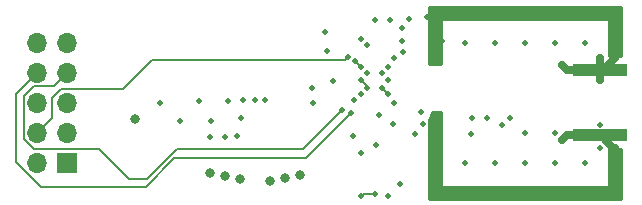
<source format=gbr>
%TF.GenerationSoftware,KiCad,Pcbnew,(5.1.6)-1*%
%TF.CreationDate,2020-07-26T08:56:46-05:00*%
%TF.ProjectId,nanoRT,6e616e6f-5254-42e6-9b69-6361645f7063,rev?*%
%TF.SameCoordinates,Original*%
%TF.FileFunction,Copper,L4,Bot*%
%TF.FilePolarity,Positive*%
%FSLAX46Y46*%
G04 Gerber Fmt 4.6, Leading zero omitted, Abs format (unit mm)*
G04 Created by KiCad (PCBNEW (5.1.6)-1) date 2020-07-26 08:56:46*
%MOMM*%
%LPD*%
G01*
G04 APERTURE LIST*
%TA.AperFunction,ComponentPad*%
%ADD10O,1.700000X1.700000*%
%TD*%
%TA.AperFunction,ComponentPad*%
%ADD11R,1.700000X1.700000*%
%TD*%
%TA.AperFunction,SMDPad,CuDef*%
%ADD12R,4.560000X1.000000*%
%TD*%
%TA.AperFunction,ViaPad*%
%ADD13C,0.812800*%
%TD*%
%TA.AperFunction,ViaPad*%
%ADD14C,0.508000*%
%TD*%
%TA.AperFunction,Conductor*%
%ADD15C,0.177800*%
%TD*%
%TA.AperFunction,Conductor*%
%ADD16C,0.635000*%
%TD*%
%TA.AperFunction,Conductor*%
%ADD17C,0.254000*%
%TD*%
G04 APERTURE END LIST*
D10*
%TO.P,J2,10*%
%TO.N,/SPI2_SCK*%
X99695000Y-86360000D03*
%TO.P,J2,9*%
%TO.N,/GDO1*%
X102235000Y-86360000D03*
%TO.P,J2,8*%
%TO.N,/SPI2_~CS*%
X99695000Y-88900000D03*
%TO.P,J2,7*%
%TO.N,/GDO0*%
X102235000Y-88900000D03*
%TO.P,J2,6*%
%TO.N,/SPI2_MISO*%
X99695000Y-91440000D03*
%TO.P,J2,5*%
%TO.N,GND*%
X102235000Y-91440000D03*
%TO.P,J2,4*%
%TO.N,/SPI2_MOSI*%
X99695000Y-93980000D03*
%TO.P,J2,3*%
%TO.N,GND*%
X102235000Y-93980000D03*
%TO.P,J2,2*%
%TO.N,/5V_EXT*%
X99695000Y-96520000D03*
D11*
%TO.P,J2,1*%
%TO.N,+3V3*%
X102235000Y-96520000D03*
%TD*%
D12*
%TO.P,J5,2*%
%TO.N,GND*%
X147320000Y-94210000D03*
X147320000Y-88670000D03*
%TD*%
D13*
%TO.N,GND*%
X121920000Y-97536000D03*
X119380000Y-98044000D03*
X120650000Y-97790000D03*
X116840000Y-97917000D03*
X115570000Y-97663000D03*
X114300000Y-97409000D03*
X107950000Y-92837000D03*
D14*
X132334000Y-93218000D03*
X131699000Y-94107000D03*
X129921000Y-87630000D03*
X129540000Y-84455000D03*
X128270000Y-84455000D03*
X124079000Y-85471000D03*
X123063000Y-91440000D03*
X122936000Y-90170000D03*
X136398000Y-94107000D03*
X139065000Y-93345000D03*
X133985000Y-86233000D03*
X132715000Y-84201000D03*
X133731000Y-85090000D03*
X133477000Y-85852000D03*
X127635000Y-90170000D03*
X128905000Y-90170000D03*
X128905000Y-88900000D03*
X127635000Y-88900000D03*
X127565998Y-86551983D03*
X127124002Y-88389002D03*
X129415998Y-88392000D03*
X129415998Y-90680998D03*
X127127000Y-90678000D03*
X127124002Y-89535000D03*
X129415998Y-89535000D03*
X133350000Y-93980000D03*
X133350000Y-95250000D03*
X133350000Y-96520000D03*
X133350000Y-97790000D03*
X133350000Y-99060000D03*
X134620000Y-99060000D03*
X135890000Y-99060000D03*
X137160000Y-99060000D03*
X138430000Y-99060000D03*
X139700000Y-99060000D03*
X140970000Y-99060000D03*
X142240000Y-99060000D03*
X143510000Y-99060000D03*
X144780000Y-99060000D03*
X146050000Y-99060000D03*
X147320000Y-99060000D03*
X148590000Y-99060000D03*
X148590000Y-97790000D03*
X148590000Y-96520000D03*
X148590000Y-95250000D03*
X148590000Y-87630000D03*
X148590000Y-86360000D03*
X148590000Y-85090000D03*
X148590000Y-83820000D03*
X147320000Y-83820000D03*
X146050000Y-83820000D03*
X144780000Y-83820000D03*
X143510000Y-83820000D03*
X142240000Y-83820000D03*
X140970000Y-83820000D03*
X139700000Y-83820000D03*
X138430000Y-83820000D03*
X137160000Y-83820000D03*
X135890000Y-83820000D03*
X134620000Y-83820000D03*
X133350000Y-83820000D03*
X144145000Y-94615000D03*
X144145000Y-88265000D03*
X147320000Y-89535000D03*
X147320000Y-93345000D03*
X147320000Y-87630000D03*
X147320000Y-95250000D03*
X128397000Y-94996000D03*
X129794000Y-93218000D03*
X126423957Y-94295067D03*
X129413000Y-99314000D03*
X130429000Y-98298000D03*
X128270000Y-99187000D03*
X127127000Y-95665002D03*
X127127000Y-99314000D03*
X139700000Y-92710000D03*
X136525000Y-92710000D03*
X137795000Y-92710000D03*
X135890000Y-96520000D03*
X138430000Y-96520000D03*
X140970000Y-96520000D03*
X143510000Y-96520000D03*
X146050000Y-96520000D03*
X140970000Y-93980000D03*
X143510000Y-93980000D03*
X146050000Y-86360000D03*
X143510000Y-86360000D03*
X140970000Y-86360000D03*
X138430000Y-86360000D03*
X135890000Y-86360000D03*
X114427000Y-92964000D03*
X115824000Y-91313000D03*
X116905998Y-92710000D03*
X126492000Y-91186000D03*
X126619000Y-87884000D03*
X129874002Y-91440000D03*
%TO.N,+3V3*%
X114300000Y-94361000D03*
X115570000Y-94361000D03*
X116586000Y-94234000D03*
X110109000Y-91440000D03*
X111760000Y-92964000D03*
X113411000Y-91313000D03*
X118110000Y-91186000D03*
X117094000Y-91186000D03*
X118999000Y-91186000D03*
X132207000Y-92202000D03*
X131191000Y-84328000D03*
X130556000Y-85090000D03*
X130556000Y-86233000D03*
X130683000Y-87122000D03*
X127074719Y-86042154D03*
X128651000Y-92456000D03*
X124712253Y-89591653D03*
X124201182Y-87087090D03*
%TO.N,/SPI2_MOSI*%
X125985735Y-87567368D03*
%TO.N,/SPI2_~CS*%
X126238000Y-92329000D03*
%TO.N,/GDO0*%
X125489754Y-92106901D03*
%TD*%
D15*
%TO.N,GND*%
X128905000Y-90170000D02*
X129415998Y-90680998D01*
X127635000Y-90170000D02*
X127635000Y-90045998D01*
X127635000Y-90045998D02*
X127124002Y-89535000D01*
X133350000Y-93980000D02*
X133350000Y-95250000D01*
X133350000Y-96520000D02*
X133350000Y-97790000D01*
X133350000Y-99060000D02*
X134620000Y-99060000D01*
X135890000Y-99060000D02*
X137160000Y-99060000D01*
X138430000Y-99060000D02*
X139700000Y-99060000D01*
X140970000Y-99060000D02*
X142240000Y-99060000D01*
X143510000Y-99060000D02*
X144780000Y-99060000D01*
X146050000Y-99060000D02*
X147320000Y-99060000D01*
X148590000Y-99060000D02*
X148590000Y-97790000D01*
X148590000Y-96520000D02*
X148590000Y-95250000D01*
X148590000Y-87630000D02*
X148590000Y-86360000D01*
X148590000Y-85090000D02*
X148590000Y-83820000D01*
X147320000Y-83820000D02*
X146050000Y-83820000D01*
X144780000Y-83820000D02*
X143510000Y-83820000D01*
X142240000Y-83820000D02*
X140970000Y-83820000D01*
X139700000Y-83820000D02*
X138430000Y-83820000D01*
X137160000Y-83820000D02*
X135890000Y-83820000D01*
X134620000Y-83820000D02*
X133350000Y-83820000D01*
D16*
X147550000Y-88670000D02*
X148590000Y-87630000D01*
X147320000Y-88670000D02*
X147550000Y-88670000D01*
X147320000Y-94210000D02*
X147423000Y-94210000D01*
X148463000Y-95250000D02*
X148590000Y-95250000D01*
X147423000Y-94210000D02*
X148463000Y-95250000D01*
X147320000Y-94210000D02*
X144550000Y-94210000D01*
X144550000Y-94210000D02*
X144145000Y-94615000D01*
X147320000Y-88670000D02*
X147320000Y-89535000D01*
X147320000Y-88670000D02*
X147320000Y-87630000D01*
D15*
X128270000Y-99187000D02*
X127254000Y-99187000D01*
X127254000Y-99187000D02*
X127127000Y-99314000D01*
D16*
X144145000Y-88265000D02*
X144526000Y-88646000D01*
X147296000Y-88646000D02*
X147320000Y-88670000D01*
X144526000Y-88646000D02*
X147296000Y-88646000D01*
D15*
X127124002Y-88389002D02*
X126619000Y-87884000D01*
%TO.N,/SPI2_MOSI*%
X109444207Y-87821367D02*
X125731736Y-87821367D01*
X125731736Y-87821367D02*
X125985735Y-87567368D01*
X99695000Y-93980000D02*
X100965000Y-92710000D01*
X101688327Y-90301099D02*
X106964475Y-90301099D01*
X100965000Y-91024426D02*
X101688327Y-90301099D01*
X100965000Y-92710000D02*
X100965000Y-91024426D01*
X106964475Y-90301099D02*
X109444207Y-87821367D01*
%TO.N,/SPI2_~CS*%
X122428000Y-96139000D02*
X111278304Y-96139000D01*
X97917000Y-96427574D02*
X97917000Y-90678000D01*
X126238000Y-92329000D02*
X122428000Y-96139000D01*
X108865304Y-98552000D02*
X100041426Y-98552000D01*
X97917000Y-90678000D02*
X99695000Y-88900000D01*
X111278304Y-96139000D02*
X108865304Y-98552000D01*
X100041426Y-98552000D02*
X97917000Y-96427574D01*
%TO.N,/GDO0*%
X98556099Y-90893327D02*
X98556099Y-94526673D01*
X99410525Y-90038901D02*
X98556099Y-90893327D01*
X108966000Y-97917000D02*
X111506000Y-95377000D01*
X98556099Y-94526673D02*
X99410525Y-95381099D01*
X111506000Y-95377000D02*
X122219655Y-95377000D01*
X102235000Y-88900000D02*
X101096099Y-90038901D01*
X107442000Y-97917000D02*
X108966000Y-97917000D01*
X101096099Y-90038901D02*
X99410525Y-90038901D01*
X99410525Y-95381099D02*
X104906099Y-95381099D01*
X104906099Y-95381099D02*
X107442000Y-97917000D01*
X122219655Y-95377000D02*
X125489754Y-92106901D01*
%TD*%
D17*
%TO.N,GND*%
G36*
X133858000Y-98425000D02*
G01*
X133860440Y-98449776D01*
X133867667Y-98473601D01*
X133879403Y-98495557D01*
X133895197Y-98514803D01*
X133914443Y-98530597D01*
X133936399Y-98542333D01*
X133960224Y-98549560D01*
X133985000Y-98552000D01*
X147955000Y-98552000D01*
X147979776Y-98549560D01*
X148003601Y-98542333D01*
X148025557Y-98530597D01*
X148044803Y-98514803D01*
X148060597Y-98495557D01*
X148072333Y-98473601D01*
X148079560Y-98449776D01*
X148082000Y-98425000D01*
X148082000Y-95345734D01*
X149098000Y-95347299D01*
X149098000Y-99568000D01*
X132842000Y-99568000D01*
X132842000Y-92824235D01*
X132897531Y-92768704D01*
X132994821Y-92623099D01*
X133061836Y-92461312D01*
X133096000Y-92289559D01*
X133096000Y-92202000D01*
X133858000Y-92202000D01*
X133858000Y-98425000D01*
G37*
X133858000Y-98425000D02*
X133860440Y-98449776D01*
X133867667Y-98473601D01*
X133879403Y-98495557D01*
X133895197Y-98514803D01*
X133914443Y-98530597D01*
X133936399Y-98542333D01*
X133960224Y-98549560D01*
X133985000Y-98552000D01*
X147955000Y-98552000D01*
X147979776Y-98549560D01*
X148003601Y-98542333D01*
X148025557Y-98530597D01*
X148044803Y-98514803D01*
X148060597Y-98495557D01*
X148072333Y-98473601D01*
X148079560Y-98449776D01*
X148082000Y-98425000D01*
X148082000Y-95345734D01*
X149098000Y-95347299D01*
X149098000Y-99568000D01*
X132842000Y-99568000D01*
X132842000Y-92824235D01*
X132897531Y-92768704D01*
X132994821Y-92623099D01*
X133061836Y-92461312D01*
X133096000Y-92289559D01*
X133096000Y-92202000D01*
X133858000Y-92202000D01*
X133858000Y-98425000D01*
G36*
X149098000Y-87532701D02*
G01*
X148082000Y-87534266D01*
X148082000Y-84455000D01*
X148079560Y-84430224D01*
X148072333Y-84406399D01*
X148060597Y-84384443D01*
X148044803Y-84365197D01*
X148025557Y-84349403D01*
X148003601Y-84337667D01*
X147979776Y-84330440D01*
X147955000Y-84328000D01*
X133985000Y-84328000D01*
X133960224Y-84330440D01*
X133936399Y-84337667D01*
X133914443Y-84349403D01*
X133895197Y-84365197D01*
X133879403Y-84384443D01*
X133867667Y-84406399D01*
X133860440Y-84430224D01*
X133858000Y-84455000D01*
X133858000Y-88138000D01*
X132842000Y-88138000D01*
X132842000Y-83312000D01*
X149098000Y-83312000D01*
X149098000Y-87532701D01*
G37*
X149098000Y-87532701D02*
X148082000Y-87534266D01*
X148082000Y-84455000D01*
X148079560Y-84430224D01*
X148072333Y-84406399D01*
X148060597Y-84384443D01*
X148044803Y-84365197D01*
X148025557Y-84349403D01*
X148003601Y-84337667D01*
X147979776Y-84330440D01*
X147955000Y-84328000D01*
X133985000Y-84328000D01*
X133960224Y-84330440D01*
X133936399Y-84337667D01*
X133914443Y-84349403D01*
X133895197Y-84365197D01*
X133879403Y-84384443D01*
X133867667Y-84406399D01*
X133860440Y-84430224D01*
X133858000Y-84455000D01*
X133858000Y-88138000D01*
X132842000Y-88138000D01*
X132842000Y-83312000D01*
X149098000Y-83312000D01*
X149098000Y-87532701D01*
%TD*%
M02*

</source>
